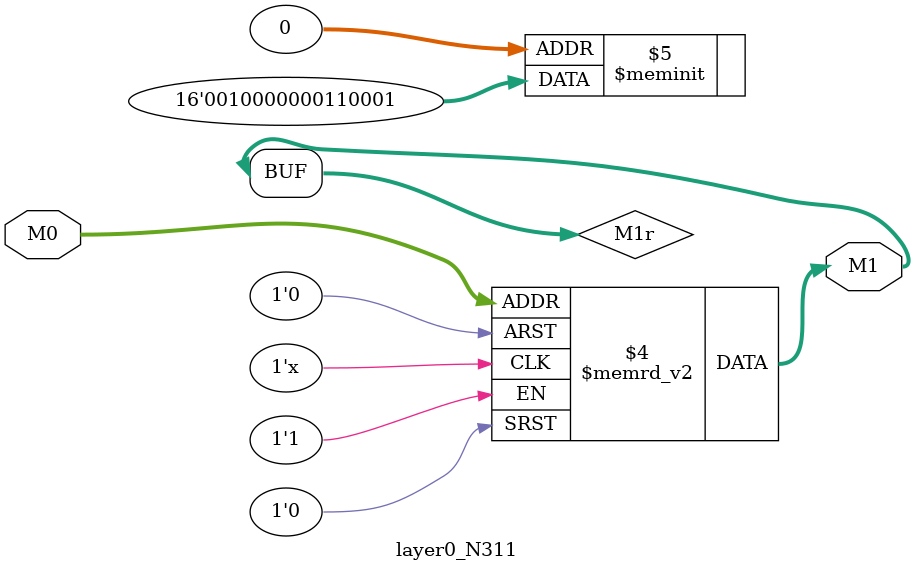
<source format=v>
module layer0_N311 ( input [2:0] M0, output [1:0] M1 );

	(*rom_style = "distributed" *) reg [1:0] M1r;
	assign M1 = M1r;
	always @ (M0) begin
		case (M0)
			3'b000: M1r = 2'b01;
			3'b100: M1r = 2'b00;
			3'b010: M1r = 2'b11;
			3'b110: M1r = 2'b10;
			3'b001: M1r = 2'b00;
			3'b101: M1r = 2'b00;
			3'b011: M1r = 2'b00;
			3'b111: M1r = 2'b00;

		endcase
	end
endmodule

</source>
